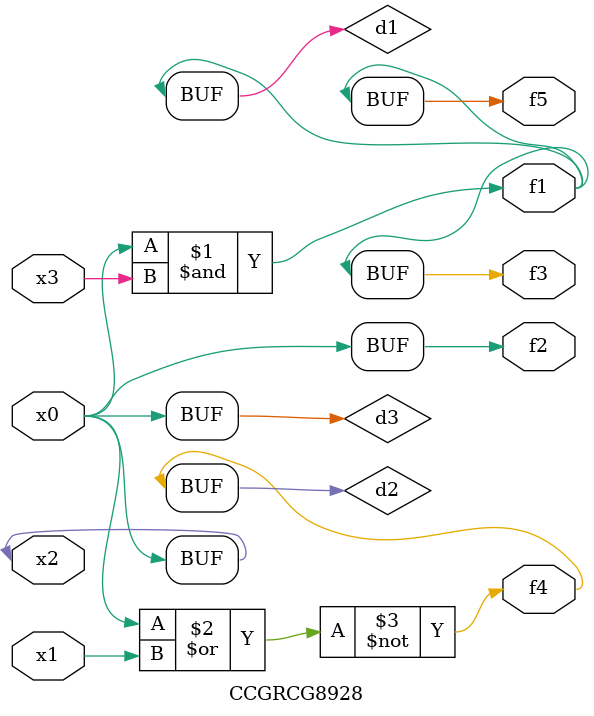
<source format=v>
module CCGRCG8928(
	input x0, x1, x2, x3,
	output f1, f2, f3, f4, f5
);

	wire d1, d2, d3;

	and (d1, x2, x3);
	nor (d2, x0, x1);
	buf (d3, x0, x2);
	assign f1 = d1;
	assign f2 = d3;
	assign f3 = d1;
	assign f4 = d2;
	assign f5 = d1;
endmodule

</source>
